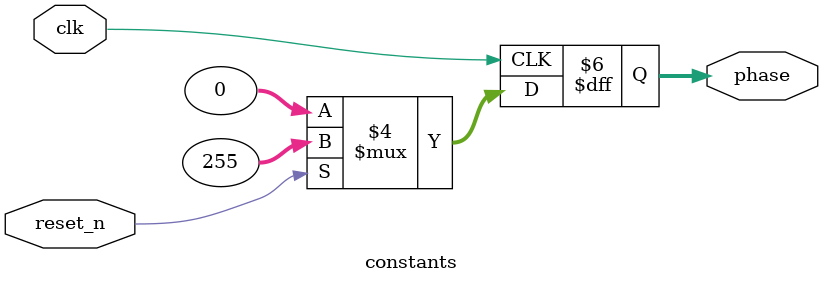
<source format=v>
module constants(input clk,
						input reset_n,
						output reg [31:0] phase
						);


always @(posedge(clk))
begin
	if(~reset_n) begin
		phase <= 32'h0;
	
	end else begin
		phase <= 32'hff;
	end
	


end						
						
endmodule
</source>
